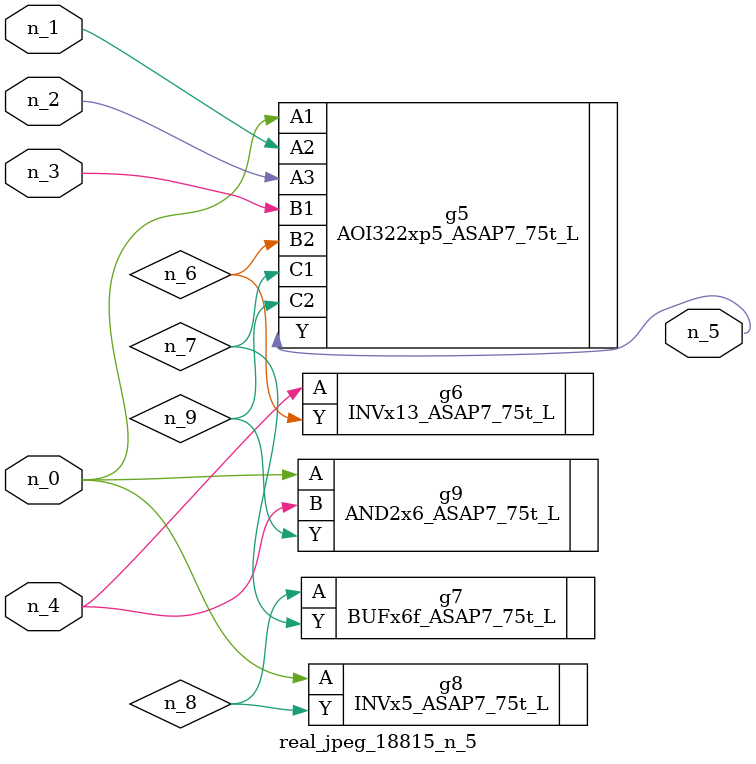
<source format=v>
module real_jpeg_18815_n_5 (n_4, n_0, n_1, n_2, n_3, n_5);

input n_4;
input n_0;
input n_1;
input n_2;
input n_3;

output n_5;

wire n_8;
wire n_6;
wire n_7;
wire n_9;

AOI322xp5_ASAP7_75t_L g5 ( 
.A1(n_0),
.A2(n_1),
.A3(n_2),
.B1(n_3),
.B2(n_6),
.C1(n_7),
.C2(n_9),
.Y(n_5)
);

INVx5_ASAP7_75t_L g8 ( 
.A(n_0),
.Y(n_8)
);

AND2x6_ASAP7_75t_L g9 ( 
.A(n_0),
.B(n_4),
.Y(n_9)
);

INVx13_ASAP7_75t_L g6 ( 
.A(n_4),
.Y(n_6)
);

BUFx6f_ASAP7_75t_L g7 ( 
.A(n_8),
.Y(n_7)
);


endmodule
</source>
